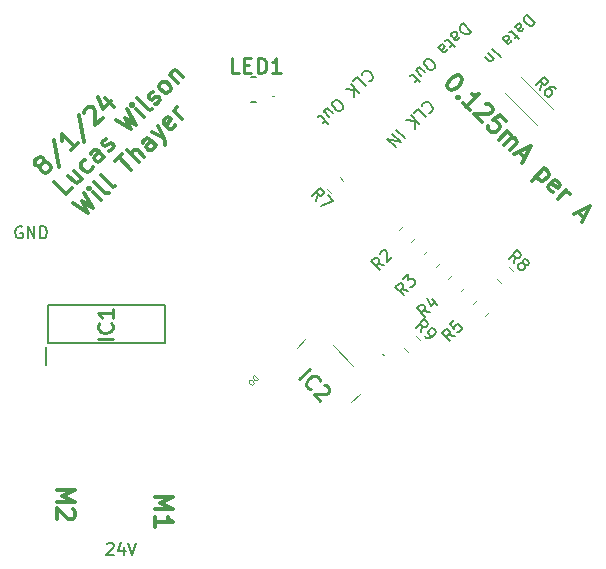
<source format=gbr>
%TF.GenerationSoftware,KiCad,Pcbnew,7.0.6*%
%TF.CreationDate,2024-08-01T17:58:24-04:00*%
%TF.ProjectId,Arduino_Motor_Shield,41726475-696e-46f5-9f4d-6f746f725f53,rev?*%
%TF.SameCoordinates,Original*%
%TF.FileFunction,Legend,Top*%
%TF.FilePolarity,Positive*%
%FSLAX46Y46*%
G04 Gerber Fmt 4.6, Leading zero omitted, Abs format (unit mm)*
G04 Created by KiCad (PCBNEW 7.0.6) date 2024-08-01 17:58:24*
%MOMM*%
%LPD*%
G01*
G04 APERTURE LIST*
%ADD10C,0.150000*%
%ADD11C,0.300000*%
%ADD12C,0.254000*%
%ADD13C,0.075000*%
%ADD14C,0.120000*%
%ADD15C,0.200000*%
%ADD16C,0.100000*%
G04 APERTURE END LIST*
D10*
X120650095Y-80782438D02*
X120554857Y-80734819D01*
X120554857Y-80734819D02*
X120412000Y-80734819D01*
X120412000Y-80734819D02*
X120269143Y-80782438D01*
X120269143Y-80782438D02*
X120173905Y-80877676D01*
X120173905Y-80877676D02*
X120126286Y-80972914D01*
X120126286Y-80972914D02*
X120078667Y-81163390D01*
X120078667Y-81163390D02*
X120078667Y-81306247D01*
X120078667Y-81306247D02*
X120126286Y-81496723D01*
X120126286Y-81496723D02*
X120173905Y-81591961D01*
X120173905Y-81591961D02*
X120269143Y-81687200D01*
X120269143Y-81687200D02*
X120412000Y-81734819D01*
X120412000Y-81734819D02*
X120507238Y-81734819D01*
X120507238Y-81734819D02*
X120650095Y-81687200D01*
X120650095Y-81687200D02*
X120697714Y-81639580D01*
X120697714Y-81639580D02*
X120697714Y-81306247D01*
X120697714Y-81306247D02*
X120507238Y-81306247D01*
X121126286Y-81734819D02*
X121126286Y-80734819D01*
X121126286Y-80734819D02*
X121697714Y-81734819D01*
X121697714Y-81734819D02*
X121697714Y-80734819D01*
X122173905Y-81734819D02*
X122173905Y-80734819D01*
X122173905Y-80734819D02*
X122412000Y-80734819D01*
X122412000Y-80734819D02*
X122554857Y-80782438D01*
X122554857Y-80782438D02*
X122650095Y-80877676D01*
X122650095Y-80877676D02*
X122697714Y-80972914D01*
X122697714Y-80972914D02*
X122745333Y-81163390D01*
X122745333Y-81163390D02*
X122745333Y-81306247D01*
X122745333Y-81306247D02*
X122697714Y-81496723D01*
X122697714Y-81496723D02*
X122650095Y-81591961D01*
X122650095Y-81591961D02*
X122554857Y-81687200D01*
X122554857Y-81687200D02*
X122412000Y-81734819D01*
X122412000Y-81734819D02*
X122173905Y-81734819D01*
D11*
X131898169Y-103678508D02*
X133398169Y-103678508D01*
X133398169Y-103678508D02*
X132326740Y-104178508D01*
X132326740Y-104178508D02*
X133398169Y-104678508D01*
X133398169Y-104678508D02*
X131898169Y-104678508D01*
X131898169Y-106178509D02*
X131898169Y-105321366D01*
X131898169Y-105749937D02*
X133398169Y-105749937D01*
X133398169Y-105749937D02*
X133183883Y-105607080D01*
X133183883Y-105607080D02*
X133041026Y-105464223D01*
X133041026Y-105464223D02*
X132969598Y-105321366D01*
X123643170Y-103043511D02*
X125143170Y-103043511D01*
X125143170Y-103043511D02*
X124071741Y-103543511D01*
X124071741Y-103543511D02*
X125143170Y-104043511D01*
X125143170Y-104043511D02*
X123643170Y-104043511D01*
X125000313Y-104686369D02*
X125071741Y-104757797D01*
X125071741Y-104757797D02*
X125143170Y-104900655D01*
X125143170Y-104900655D02*
X125143170Y-105257797D01*
X125143170Y-105257797D02*
X125071741Y-105400655D01*
X125071741Y-105400655D02*
X125000313Y-105472083D01*
X125000313Y-105472083D02*
X124857456Y-105543512D01*
X124857456Y-105543512D02*
X124714599Y-105543512D01*
X124714599Y-105543512D02*
X124500313Y-105472083D01*
X124500313Y-105472083D02*
X123643170Y-104614940D01*
X123643170Y-104614940D02*
X123643170Y-105543512D01*
X157751624Y-67972633D02*
X157852639Y-68073648D01*
X157852639Y-68073648D02*
X157903147Y-68225171D01*
X157903147Y-68225171D02*
X157903147Y-68326186D01*
X157903147Y-68326186D02*
X157852639Y-68477709D01*
X157852639Y-68477709D02*
X157701116Y-68730247D01*
X157701116Y-68730247D02*
X157448578Y-68982785D01*
X157448578Y-68982785D02*
X157196040Y-69134308D01*
X157196040Y-69134308D02*
X157044517Y-69184816D01*
X157044517Y-69184816D02*
X156943502Y-69184816D01*
X156943502Y-69184816D02*
X156791979Y-69134308D01*
X156791979Y-69134308D02*
X156690964Y-69033293D01*
X156690964Y-69033293D02*
X156640456Y-68881770D01*
X156640456Y-68881770D02*
X156640456Y-68780755D01*
X156640456Y-68780755D02*
X156690964Y-68629232D01*
X156690964Y-68629232D02*
X156842487Y-68376694D01*
X156842487Y-68376694D02*
X157095025Y-68124156D01*
X157095025Y-68124156D02*
X157347563Y-67972633D01*
X157347563Y-67972633D02*
X157499086Y-67922125D01*
X157499086Y-67922125D02*
X157600101Y-67922125D01*
X157600101Y-67922125D02*
X157751624Y-67972633D01*
X157600101Y-69740399D02*
X157600101Y-69841415D01*
X157600101Y-69841415D02*
X157499086Y-69841415D01*
X157499086Y-69841415D02*
X157499086Y-69740399D01*
X157499086Y-69740399D02*
X157600101Y-69740399D01*
X157600101Y-69740399D02*
X157499086Y-69841415D01*
X158559746Y-70902075D02*
X157953654Y-70295984D01*
X158256700Y-70599029D02*
X159317360Y-69538369D01*
X159317360Y-69538369D02*
X159064822Y-69588877D01*
X159064822Y-69588877D02*
X158862792Y-69588877D01*
X158862792Y-69588877D02*
X158711269Y-69538369D01*
X159923452Y-70346491D02*
X160024467Y-70346491D01*
X160024467Y-70346491D02*
X160175990Y-70396998D01*
X160175990Y-70396998D02*
X160428528Y-70649537D01*
X160428528Y-70649537D02*
X160479036Y-70801059D01*
X160479036Y-70801059D02*
X160479036Y-70902075D01*
X160479036Y-70902075D02*
X160428528Y-71053598D01*
X160428528Y-71053598D02*
X160327513Y-71154613D01*
X160327513Y-71154613D02*
X160125482Y-71255628D01*
X160125482Y-71255628D02*
X158913299Y-71255628D01*
X158913299Y-71255628D02*
X159569898Y-71912227D01*
X161590203Y-71811212D02*
X161085127Y-71306135D01*
X161085127Y-71306135D02*
X160529543Y-71760704D01*
X160529543Y-71760704D02*
X160630558Y-71760704D01*
X160630558Y-71760704D02*
X160782081Y-71811212D01*
X160782081Y-71811212D02*
X161034619Y-72063750D01*
X161034619Y-72063750D02*
X161085127Y-72215273D01*
X161085127Y-72215273D02*
X161085127Y-72316288D01*
X161085127Y-72316288D02*
X161034619Y-72467811D01*
X161034619Y-72467811D02*
X160782081Y-72720349D01*
X160782081Y-72720349D02*
X160630558Y-72770857D01*
X160630558Y-72770857D02*
X160529543Y-72770857D01*
X160529543Y-72770857D02*
X160378020Y-72720349D01*
X160378020Y-72720349D02*
X160125482Y-72467811D01*
X160125482Y-72467811D02*
X160074974Y-72316288D01*
X160074974Y-72316288D02*
X160074974Y-72215273D01*
X161034619Y-73376948D02*
X161741726Y-72669841D01*
X161640710Y-72770856D02*
X161741726Y-72770856D01*
X161741726Y-72770856D02*
X161893248Y-72821364D01*
X161893248Y-72821364D02*
X162044771Y-72972887D01*
X162044771Y-72972887D02*
X162095279Y-73124410D01*
X162095279Y-73124410D02*
X162044771Y-73275933D01*
X162044771Y-73275933D02*
X161489187Y-73831517D01*
X162044771Y-73275933D02*
X162196294Y-73225425D01*
X162196294Y-73225425D02*
X162347817Y-73275933D01*
X162347817Y-73275933D02*
X162499340Y-73427455D01*
X162499340Y-73427455D02*
X162549848Y-73578978D01*
X162549848Y-73578978D02*
X162499340Y-73730501D01*
X162499340Y-73730501D02*
X161943756Y-74286085D01*
X162701370Y-74437608D02*
X163206447Y-74942684D01*
X162297309Y-74639639D02*
X163711523Y-73932532D01*
X163711523Y-73932532D02*
X163004416Y-75346745D01*
X164873198Y-75801314D02*
X163812538Y-76861974D01*
X164822691Y-75851821D02*
X164974213Y-75902329D01*
X164974213Y-75902329D02*
X165176244Y-76104359D01*
X165176244Y-76104359D02*
X165226752Y-76255882D01*
X165226752Y-76255882D02*
X165226752Y-76356898D01*
X165226752Y-76356898D02*
X165176244Y-76508420D01*
X165176244Y-76508420D02*
X164873198Y-76811466D01*
X164873198Y-76811466D02*
X164721675Y-76861974D01*
X164721675Y-76861974D02*
X164620660Y-76861974D01*
X164620660Y-76861974D02*
X164469137Y-76811466D01*
X164469137Y-76811466D02*
X164267107Y-76609436D01*
X164267107Y-76609436D02*
X164216599Y-76457913D01*
X165580305Y-77821619D02*
X165428782Y-77771111D01*
X165428782Y-77771111D02*
X165226752Y-77569081D01*
X165226752Y-77569081D02*
X165176244Y-77417558D01*
X165176244Y-77417558D02*
X165226752Y-77266035D01*
X165226752Y-77266035D02*
X165630813Y-76861974D01*
X165630813Y-76861974D02*
X165782336Y-76811466D01*
X165782336Y-76811466D02*
X165933858Y-76861974D01*
X165933858Y-76861974D02*
X166135889Y-77064004D01*
X166135889Y-77064004D02*
X166186397Y-77215527D01*
X166186397Y-77215527D02*
X166135889Y-77367050D01*
X166135889Y-77367050D02*
X166034874Y-77468065D01*
X166034874Y-77468065D02*
X165428782Y-77064004D01*
X166034873Y-78377203D02*
X166741980Y-77670096D01*
X166539950Y-77872126D02*
X166691473Y-77821619D01*
X166691473Y-77821619D02*
X166792488Y-77821619D01*
X166792488Y-77821619D02*
X166944011Y-77872126D01*
X166944011Y-77872126D02*
X167045026Y-77973142D01*
X167752132Y-79488370D02*
X168257209Y-79993446D01*
X167348071Y-79690400D02*
X168762285Y-78983294D01*
X168762285Y-78983294D02*
X168055178Y-80397507D01*
X122238368Y-75558125D02*
X122086845Y-75608633D01*
X122086845Y-75608633D02*
X121985830Y-75608633D01*
X121985830Y-75608633D02*
X121834307Y-75558125D01*
X121834307Y-75558125D02*
X121783799Y-75507618D01*
X121783799Y-75507618D02*
X121733292Y-75356095D01*
X121733292Y-75356095D02*
X121733292Y-75255079D01*
X121733292Y-75255079D02*
X121783799Y-75103557D01*
X121783799Y-75103557D02*
X121985830Y-74901526D01*
X121985830Y-74901526D02*
X122137353Y-74851018D01*
X122137353Y-74851018D02*
X122238368Y-74851018D01*
X122238368Y-74851018D02*
X122389891Y-74901526D01*
X122389891Y-74901526D02*
X122440398Y-74952034D01*
X122440398Y-74952034D02*
X122490906Y-75103557D01*
X122490906Y-75103557D02*
X122490906Y-75204572D01*
X122490906Y-75204572D02*
X122440398Y-75356095D01*
X122440398Y-75356095D02*
X122238368Y-75558125D01*
X122238368Y-75558125D02*
X122187860Y-75709648D01*
X122187860Y-75709648D02*
X122187860Y-75810663D01*
X122187860Y-75810663D02*
X122238368Y-75962186D01*
X122238368Y-75962186D02*
X122440398Y-76164217D01*
X122440398Y-76164217D02*
X122591921Y-76214724D01*
X122591921Y-76214724D02*
X122692936Y-76214724D01*
X122692936Y-76214724D02*
X122844459Y-76164217D01*
X122844459Y-76164217D02*
X123046490Y-75962186D01*
X123046490Y-75962186D02*
X123096997Y-75810663D01*
X123096997Y-75810663D02*
X123096997Y-75709648D01*
X123096997Y-75709648D02*
X123046490Y-75558125D01*
X123046490Y-75558125D02*
X122844459Y-75356095D01*
X122844459Y-75356095D02*
X122692936Y-75305587D01*
X122692936Y-75305587D02*
X122591921Y-75305587D01*
X122591921Y-75305587D02*
X122440398Y-75356095D01*
X123349535Y-73436805D02*
X123804104Y-75709648D01*
X125369841Y-73638835D02*
X124763749Y-74244927D01*
X125066795Y-73941881D02*
X124006135Y-72881221D01*
X124006135Y-72881221D02*
X124056642Y-73133759D01*
X124056642Y-73133759D02*
X124056642Y-73335790D01*
X124056642Y-73335790D02*
X124006135Y-73487313D01*
X125470856Y-71315485D02*
X125925424Y-73588328D01*
X125925425Y-71163962D02*
X125925425Y-71062946D01*
X125925425Y-71062946D02*
X125975932Y-70911424D01*
X125975932Y-70911424D02*
X126228470Y-70658885D01*
X126228470Y-70658885D02*
X126379993Y-70608378D01*
X126379993Y-70608378D02*
X126481008Y-70608378D01*
X126481008Y-70608378D02*
X126632531Y-70658885D01*
X126632531Y-70658885D02*
X126733547Y-70759901D01*
X126733547Y-70759901D02*
X126834562Y-70961931D01*
X126834562Y-70961931D02*
X126834562Y-72174114D01*
X126834562Y-72174114D02*
X127491161Y-71517515D01*
X127693191Y-69901271D02*
X128400298Y-70608378D01*
X127036592Y-69749748D02*
X127541668Y-70759901D01*
X127541668Y-70759901D02*
X128198267Y-70103302D01*
X124905676Y-77518326D02*
X124400599Y-78023403D01*
X124400599Y-78023403D02*
X123339939Y-76962742D01*
X125006691Y-76003097D02*
X125713798Y-76710204D01*
X124552123Y-76457666D02*
X125107706Y-77013250D01*
X125107706Y-77013250D02*
X125259229Y-77063758D01*
X125259229Y-77063758D02*
X125410752Y-77013250D01*
X125410752Y-77013250D02*
X125562275Y-76861727D01*
X125562275Y-76861727D02*
X125612783Y-76710204D01*
X125612783Y-76710204D02*
X125612783Y-76609189D01*
X126622935Y-75700051D02*
X126572428Y-75851574D01*
X126572428Y-75851574D02*
X126370397Y-76053605D01*
X126370397Y-76053605D02*
X126218874Y-76104113D01*
X126218874Y-76104113D02*
X126117859Y-76104113D01*
X126117859Y-76104113D02*
X125966336Y-76053605D01*
X125966336Y-76053605D02*
X125663290Y-75750559D01*
X125663290Y-75750559D02*
X125612783Y-75599036D01*
X125612783Y-75599036D02*
X125612783Y-75498021D01*
X125612783Y-75498021D02*
X125663290Y-75346498D01*
X125663290Y-75346498D02*
X125865321Y-75144468D01*
X125865321Y-75144468D02*
X126016844Y-75093960D01*
X127582580Y-74841422D02*
X127026996Y-74285838D01*
X127026996Y-74285838D02*
X126875473Y-74235331D01*
X126875473Y-74235331D02*
X126723950Y-74285838D01*
X126723950Y-74285838D02*
X126521920Y-74487869D01*
X126521920Y-74487869D02*
X126471412Y-74639392D01*
X127532072Y-74790914D02*
X127481565Y-74942437D01*
X127481565Y-74942437D02*
X127229027Y-75194975D01*
X127229027Y-75194975D02*
X127077504Y-75245483D01*
X127077504Y-75245483D02*
X126925981Y-75194975D01*
X126925981Y-75194975D02*
X126824966Y-75093960D01*
X126824966Y-75093960D02*
X126774458Y-74942437D01*
X126774458Y-74942437D02*
X126824966Y-74790914D01*
X126824966Y-74790914D02*
X127077504Y-74538376D01*
X127077504Y-74538376D02*
X127128011Y-74386853D01*
X127986641Y-74336346D02*
X128138164Y-74285838D01*
X128138164Y-74285838D02*
X128340195Y-74083808D01*
X128340195Y-74083808D02*
X128390702Y-73932285D01*
X128390702Y-73932285D02*
X128340195Y-73780762D01*
X128340195Y-73780762D02*
X128289687Y-73730254D01*
X128289687Y-73730254D02*
X128138164Y-73679747D01*
X128138164Y-73679747D02*
X127986641Y-73730254D01*
X127986641Y-73730254D02*
X127835118Y-73881777D01*
X127835118Y-73881777D02*
X127683595Y-73932285D01*
X127683595Y-73932285D02*
X127532073Y-73881777D01*
X127532073Y-73881777D02*
X127481565Y-73831269D01*
X127481565Y-73831269D02*
X127431057Y-73679747D01*
X127431057Y-73679747D02*
X127481565Y-73528224D01*
X127481565Y-73528224D02*
X127633088Y-73376701D01*
X127633088Y-73376701D02*
X127784611Y-73326193D01*
X128592733Y-71709949D02*
X129905931Y-72518071D01*
X129905931Y-72518071D02*
X129350347Y-71558426D01*
X129350347Y-71558426D02*
X130309992Y-72114010D01*
X130309992Y-72114010D02*
X129501870Y-70800812D01*
X130966591Y-71457411D02*
X130259485Y-70750304D01*
X129905931Y-70396750D02*
X129905931Y-70497766D01*
X129905931Y-70497766D02*
X130006947Y-70497766D01*
X130006947Y-70497766D02*
X130006947Y-70396750D01*
X130006947Y-70396750D02*
X129905931Y-70396750D01*
X129905931Y-70396750D02*
X130006947Y-70497766D01*
X131623191Y-70800811D02*
X131471668Y-70851319D01*
X131471668Y-70851319D02*
X131320145Y-70800811D01*
X131320145Y-70800811D02*
X130411008Y-69891674D01*
X131926236Y-70396750D02*
X132077759Y-70346243D01*
X132077759Y-70346243D02*
X132279790Y-70144212D01*
X132279790Y-70144212D02*
X132330297Y-69992689D01*
X132330297Y-69992689D02*
X132279790Y-69841167D01*
X132279790Y-69841167D02*
X132229282Y-69790659D01*
X132229282Y-69790659D02*
X132077759Y-69740151D01*
X132077759Y-69740151D02*
X131926236Y-69790659D01*
X131926236Y-69790659D02*
X131774713Y-69942182D01*
X131774713Y-69942182D02*
X131623191Y-69992689D01*
X131623191Y-69992689D02*
X131471668Y-69942182D01*
X131471668Y-69942182D02*
X131421160Y-69891674D01*
X131421160Y-69891674D02*
X131370652Y-69740151D01*
X131370652Y-69740151D02*
X131421160Y-69588628D01*
X131421160Y-69588628D02*
X131572683Y-69437106D01*
X131572683Y-69437106D02*
X131724206Y-69386598D01*
X133037404Y-69386598D02*
X132885882Y-69437105D01*
X132885882Y-69437105D02*
X132784866Y-69437105D01*
X132784866Y-69437105D02*
X132633343Y-69386598D01*
X132633343Y-69386598D02*
X132330298Y-69083552D01*
X132330298Y-69083552D02*
X132279790Y-68932029D01*
X132279790Y-68932029D02*
X132279790Y-68831014D01*
X132279790Y-68831014D02*
X132330298Y-68679491D01*
X132330298Y-68679491D02*
X132481820Y-68527968D01*
X132481820Y-68527968D02*
X132633343Y-68477460D01*
X132633343Y-68477460D02*
X132734359Y-68477460D01*
X132734359Y-68477460D02*
X132885882Y-68527968D01*
X132885882Y-68527968D02*
X133188927Y-68831014D01*
X133188927Y-68831014D02*
X133239435Y-68982537D01*
X133239435Y-68982537D02*
X133239435Y-69083552D01*
X133239435Y-69083552D02*
X133188927Y-69235075D01*
X133188927Y-69235075D02*
X133037404Y-69386598D01*
X133138420Y-67871369D02*
X133845527Y-68578476D01*
X133239435Y-67972384D02*
X133239435Y-67871369D01*
X133239435Y-67871369D02*
X133289943Y-67719846D01*
X133289943Y-67719846D02*
X133441466Y-67568323D01*
X133441466Y-67568323D02*
X133592988Y-67517815D01*
X133592988Y-67517815D02*
X133744511Y-67568323D01*
X133744511Y-67568323D02*
X134300095Y-68123907D01*
X124946587Y-78771421D02*
X126259785Y-79579543D01*
X126259785Y-79579543D02*
X125704201Y-78619898D01*
X125704201Y-78619898D02*
X126663846Y-79175482D01*
X126663846Y-79175482D02*
X125855724Y-77862283D01*
X127320446Y-78518882D02*
X126613339Y-77811776D01*
X126259786Y-77458222D02*
X126259786Y-77559237D01*
X126259786Y-77559237D02*
X126360801Y-77559237D01*
X126360801Y-77559237D02*
X126360801Y-77458222D01*
X126360801Y-77458222D02*
X126259786Y-77458222D01*
X126259786Y-77458222D02*
X126360801Y-77559237D01*
X127977045Y-77862283D02*
X127825522Y-77912791D01*
X127825522Y-77912791D02*
X127673999Y-77862283D01*
X127673999Y-77862283D02*
X126764862Y-76953146D01*
X128532629Y-77306699D02*
X128381106Y-77357207D01*
X128381106Y-77357207D02*
X128229583Y-77306699D01*
X128229583Y-77306699D02*
X127320446Y-76397562D01*
X128532628Y-75185379D02*
X129138720Y-74579288D01*
X129896334Y-75942994D02*
X128835674Y-74882334D01*
X130552933Y-75286395D02*
X129492273Y-74225734D01*
X131007502Y-74831826D02*
X130451918Y-74276242D01*
X130451918Y-74276242D02*
X130300395Y-74225734D01*
X130300395Y-74225734D02*
X130148872Y-74276242D01*
X130148872Y-74276242D02*
X129997350Y-74427765D01*
X129997350Y-74427765D02*
X129946842Y-74579288D01*
X129946842Y-74579288D02*
X129946842Y-74680303D01*
X131967147Y-73872181D02*
X131411563Y-73316597D01*
X131411563Y-73316597D02*
X131260040Y-73266089D01*
X131260040Y-73266089D02*
X131108517Y-73316597D01*
X131108517Y-73316597D02*
X130906487Y-73518628D01*
X130906487Y-73518628D02*
X130855979Y-73670150D01*
X131916639Y-73821673D02*
X131866132Y-73973196D01*
X131866132Y-73973196D02*
X131613594Y-74225734D01*
X131613594Y-74225734D02*
X131462071Y-74276242D01*
X131462071Y-74276242D02*
X131310548Y-74225734D01*
X131310548Y-74225734D02*
X131209533Y-74124719D01*
X131209533Y-74124719D02*
X131159025Y-73973196D01*
X131159025Y-73973196D02*
X131209533Y-73821673D01*
X131209533Y-73821673D02*
X131462071Y-73569135D01*
X131462071Y-73569135D02*
X131512578Y-73417612D01*
X131664101Y-72761013D02*
X132623746Y-73215582D01*
X132169178Y-72255937D02*
X132623746Y-73215582D01*
X132623746Y-73215582D02*
X132775269Y-73569135D01*
X132775269Y-73569135D02*
X132775269Y-73670150D01*
X132775269Y-73670150D02*
X132724762Y-73821673D01*
X133633899Y-72104414D02*
X133583391Y-72255937D01*
X133583391Y-72255937D02*
X133381361Y-72457967D01*
X133381361Y-72457967D02*
X133229838Y-72508475D01*
X133229838Y-72508475D02*
X133078315Y-72457967D01*
X133078315Y-72457967D02*
X132674254Y-72053906D01*
X132674254Y-72053906D02*
X132623746Y-71902384D01*
X132623746Y-71902384D02*
X132674254Y-71750861D01*
X132674254Y-71750861D02*
X132876284Y-71548830D01*
X132876284Y-71548830D02*
X133027807Y-71498323D01*
X133027807Y-71498323D02*
X133179330Y-71548830D01*
X133179330Y-71548830D02*
X133280345Y-71649845D01*
X133280345Y-71649845D02*
X132876284Y-72255937D01*
X134189482Y-71649846D02*
X133482376Y-70942739D01*
X133684406Y-71144769D02*
X133633899Y-70993246D01*
X133633899Y-70993246D02*
X133633899Y-70892231D01*
X133633899Y-70892231D02*
X133684406Y-70740708D01*
X133684406Y-70740708D02*
X133785421Y-70639693D01*
D10*
X155200542Y-87955947D02*
X154628123Y-87854932D01*
X154796481Y-88360008D02*
X154089375Y-87652901D01*
X154089375Y-87652901D02*
X154358749Y-87383527D01*
X154358749Y-87383527D02*
X154459764Y-87349855D01*
X154459764Y-87349855D02*
X154527107Y-87349855D01*
X154527107Y-87349855D02*
X154628123Y-87383527D01*
X154628123Y-87383527D02*
X154729138Y-87484542D01*
X154729138Y-87484542D02*
X154762810Y-87585558D01*
X154762810Y-87585558D02*
X154762810Y-87652901D01*
X154762810Y-87652901D02*
X154729138Y-87753916D01*
X154729138Y-87753916D02*
X154459764Y-88023290D01*
X155335229Y-86878451D02*
X155806634Y-87349855D01*
X154897497Y-86777436D02*
X155234214Y-87450871D01*
X155234214Y-87450871D02*
X155671947Y-87013138D01*
X154387034Y-89704793D02*
X154488049Y-89132374D01*
X153982973Y-89300732D02*
X154690080Y-88593626D01*
X154690080Y-88593626D02*
X154959454Y-88863000D01*
X154959454Y-88863000D02*
X154993126Y-88964015D01*
X154993126Y-88964015D02*
X154993126Y-89031358D01*
X154993126Y-89031358D02*
X154959454Y-89132374D01*
X154959454Y-89132374D02*
X154858439Y-89233389D01*
X154858439Y-89233389D02*
X154757423Y-89267061D01*
X154757423Y-89267061D02*
X154690080Y-89267061D01*
X154690080Y-89267061D02*
X154589065Y-89233389D01*
X154589065Y-89233389D02*
X154319691Y-88964015D01*
X154723752Y-90041511D02*
X154858439Y-90176198D01*
X154858439Y-90176198D02*
X154959454Y-90209870D01*
X154959454Y-90209870D02*
X155026797Y-90209870D01*
X155026797Y-90209870D02*
X155195156Y-90176198D01*
X155195156Y-90176198D02*
X155363515Y-90075183D01*
X155363515Y-90075183D02*
X155632889Y-89805809D01*
X155632889Y-89805809D02*
X155666561Y-89704793D01*
X155666561Y-89704793D02*
X155666561Y-89637450D01*
X155666561Y-89637450D02*
X155632889Y-89536435D01*
X155632889Y-89536435D02*
X155498202Y-89401748D01*
X155498202Y-89401748D02*
X155397187Y-89368076D01*
X155397187Y-89368076D02*
X155329843Y-89368076D01*
X155329843Y-89368076D02*
X155228828Y-89401748D01*
X155228828Y-89401748D02*
X155060469Y-89570106D01*
X155060469Y-89570106D02*
X155026797Y-89671122D01*
X155026797Y-89671122D02*
X155026797Y-89738465D01*
X155026797Y-89738465D02*
X155060469Y-89839480D01*
X155060469Y-89839480D02*
X155195156Y-89974167D01*
X155195156Y-89974167D02*
X155296171Y-90007839D01*
X155296171Y-90007839D02*
X155363515Y-90007839D01*
X155363515Y-90007839D02*
X155464530Y-89974167D01*
X164533543Y-69164754D02*
X164634558Y-68592335D01*
X164129482Y-68760693D02*
X164836589Y-68053587D01*
X164836589Y-68053587D02*
X165105963Y-68322961D01*
X165105963Y-68322961D02*
X165139635Y-68423976D01*
X165139635Y-68423976D02*
X165139635Y-68491319D01*
X165139635Y-68491319D02*
X165105963Y-68592335D01*
X165105963Y-68592335D02*
X165004948Y-68693350D01*
X165004948Y-68693350D02*
X164903932Y-68727022D01*
X164903932Y-68727022D02*
X164836589Y-68727022D01*
X164836589Y-68727022D02*
X164735574Y-68693350D01*
X164735574Y-68693350D02*
X164466200Y-68423976D01*
X165846741Y-69063739D02*
X165712054Y-68929052D01*
X165712054Y-68929052D02*
X165611039Y-68895380D01*
X165611039Y-68895380D02*
X165543696Y-68895380D01*
X165543696Y-68895380D02*
X165375337Y-68929052D01*
X165375337Y-68929052D02*
X165206978Y-69030067D01*
X165206978Y-69030067D02*
X164937604Y-69299441D01*
X164937604Y-69299441D02*
X164903932Y-69400457D01*
X164903932Y-69400457D02*
X164903932Y-69467800D01*
X164903932Y-69467800D02*
X164937604Y-69568815D01*
X164937604Y-69568815D02*
X165072291Y-69703502D01*
X165072291Y-69703502D02*
X165173306Y-69737174D01*
X165173306Y-69737174D02*
X165240650Y-69737174D01*
X165240650Y-69737174D02*
X165341665Y-69703502D01*
X165341665Y-69703502D02*
X165510024Y-69535144D01*
X165510024Y-69535144D02*
X165543696Y-69434128D01*
X165543696Y-69434128D02*
X165543696Y-69366785D01*
X165543696Y-69366785D02*
X165510024Y-69265770D01*
X165510024Y-69265770D02*
X165375337Y-69131083D01*
X165375337Y-69131083D02*
X165274322Y-69097411D01*
X165274322Y-69097411D02*
X165206978Y-69097411D01*
X165206978Y-69097411D02*
X165105963Y-69131083D01*
X151333754Y-84005456D02*
X150761335Y-83904441D01*
X150929693Y-84409517D02*
X150222587Y-83702410D01*
X150222587Y-83702410D02*
X150491961Y-83433036D01*
X150491961Y-83433036D02*
X150592976Y-83399364D01*
X150592976Y-83399364D02*
X150660319Y-83399364D01*
X150660319Y-83399364D02*
X150761335Y-83433036D01*
X150761335Y-83433036D02*
X150862350Y-83534051D01*
X150862350Y-83534051D02*
X150896022Y-83635067D01*
X150896022Y-83635067D02*
X150896022Y-83702410D01*
X150896022Y-83702410D02*
X150862350Y-83803425D01*
X150862350Y-83803425D02*
X150592976Y-84072799D01*
X150963365Y-83096319D02*
X150963365Y-83028975D01*
X150963365Y-83028975D02*
X150997037Y-82927960D01*
X150997037Y-82927960D02*
X151165396Y-82759601D01*
X151165396Y-82759601D02*
X151266411Y-82725929D01*
X151266411Y-82725929D02*
X151333754Y-82725929D01*
X151333754Y-82725929D02*
X151434770Y-82759601D01*
X151434770Y-82759601D02*
X151502113Y-82826945D01*
X151502113Y-82826945D02*
X151569457Y-82961632D01*
X151569457Y-82961632D02*
X151569457Y-83769754D01*
X151569457Y-83769754D02*
X152007189Y-83332021D01*
X127841524Y-107611057D02*
X127889143Y-107563438D01*
X127889143Y-107563438D02*
X127984381Y-107515819D01*
X127984381Y-107515819D02*
X128222476Y-107515819D01*
X128222476Y-107515819D02*
X128317714Y-107563438D01*
X128317714Y-107563438D02*
X128365333Y-107611057D01*
X128365333Y-107611057D02*
X128412952Y-107706295D01*
X128412952Y-107706295D02*
X128412952Y-107801533D01*
X128412952Y-107801533D02*
X128365333Y-107944390D01*
X128365333Y-107944390D02*
X127793905Y-108515819D01*
X127793905Y-108515819D02*
X128412952Y-108515819D01*
X129270095Y-107849152D02*
X129270095Y-108515819D01*
X129032000Y-107468200D02*
X128793905Y-108182485D01*
X128793905Y-108182485D02*
X129412952Y-108182485D01*
X129651048Y-107515819D02*
X129984381Y-108515819D01*
X129984381Y-108515819D02*
X130317714Y-107515819D01*
X154517756Y-70525718D02*
X154517756Y-70458375D01*
X154517756Y-70458375D02*
X154585100Y-70323688D01*
X154585100Y-70323688D02*
X154652443Y-70256344D01*
X154652443Y-70256344D02*
X154787130Y-70189001D01*
X154787130Y-70189001D02*
X154921817Y-70189001D01*
X154921817Y-70189001D02*
X155022833Y-70222673D01*
X155022833Y-70222673D02*
X155191191Y-70323688D01*
X155191191Y-70323688D02*
X155292207Y-70424703D01*
X155292207Y-70424703D02*
X155393222Y-70593062D01*
X155393222Y-70593062D02*
X155426894Y-70694077D01*
X155426894Y-70694077D02*
X155426894Y-70828764D01*
X155426894Y-70828764D02*
X155359550Y-70963451D01*
X155359550Y-70963451D02*
X155292207Y-71030795D01*
X155292207Y-71030795D02*
X155157520Y-71098138D01*
X155157520Y-71098138D02*
X155090176Y-71098138D01*
X153810649Y-71098138D02*
X154147367Y-70761421D01*
X154147367Y-70761421D02*
X154854474Y-71468528D01*
X153574947Y-71333841D02*
X154282054Y-72040947D01*
X153170886Y-71737902D02*
X153877993Y-71838917D01*
X153877993Y-72445008D02*
X153877993Y-71636886D01*
X152329092Y-72579696D02*
X153036199Y-73286802D01*
X151992375Y-72916413D02*
X152699482Y-73623520D01*
X152699482Y-73623520D02*
X151588314Y-73320474D01*
X151588314Y-73320474D02*
X152295421Y-74027581D01*
X149410310Y-67886165D02*
X149410310Y-67818822D01*
X149410310Y-67818822D02*
X149477653Y-67684135D01*
X149477653Y-67684135D02*
X149544997Y-67616791D01*
X149544997Y-67616791D02*
X149679684Y-67549448D01*
X149679684Y-67549448D02*
X149814371Y-67549448D01*
X149814371Y-67549448D02*
X149915386Y-67583119D01*
X149915386Y-67583119D02*
X150083745Y-67684135D01*
X150083745Y-67684135D02*
X150184760Y-67785150D01*
X150184760Y-67785150D02*
X150285775Y-67953509D01*
X150285775Y-67953509D02*
X150319447Y-68054524D01*
X150319447Y-68054524D02*
X150319447Y-68189211D01*
X150319447Y-68189211D02*
X150252103Y-68323898D01*
X150252103Y-68323898D02*
X150184760Y-68391241D01*
X150184760Y-68391241D02*
X150050073Y-68458585D01*
X150050073Y-68458585D02*
X149982729Y-68458585D01*
X148703203Y-68458585D02*
X149039920Y-68121867D01*
X149039920Y-68121867D02*
X149747027Y-68828974D01*
X148467500Y-68694287D02*
X149174607Y-69401394D01*
X148063439Y-69098348D02*
X148770546Y-69199364D01*
X148770546Y-69805455D02*
X148770546Y-68997333D01*
X147794065Y-70781936D02*
X147659378Y-70916623D01*
X147659378Y-70916623D02*
X147558363Y-70950295D01*
X147558363Y-70950295D02*
X147423676Y-70950295D01*
X147423676Y-70950295D02*
X147255317Y-70849280D01*
X147255317Y-70849280D02*
X147019615Y-70613577D01*
X147019615Y-70613577D02*
X146918600Y-70445218D01*
X146918600Y-70445218D02*
X146918600Y-70310531D01*
X146918600Y-70310531D02*
X146952271Y-70209516D01*
X146952271Y-70209516D02*
X147086959Y-70074829D01*
X147086959Y-70074829D02*
X147187974Y-70041157D01*
X147187974Y-70041157D02*
X147322661Y-70041157D01*
X147322661Y-70041157D02*
X147491020Y-70142173D01*
X147491020Y-70142173D02*
X147726722Y-70377875D01*
X147726722Y-70377875D02*
X147827737Y-70546234D01*
X147827737Y-70546234D02*
X147827737Y-70680921D01*
X147827737Y-70680921D02*
X147794065Y-70781936D01*
X146649226Y-71455371D02*
X146177821Y-70983966D01*
X146952272Y-71152325D02*
X146581882Y-70781936D01*
X146581882Y-70781936D02*
X146480867Y-70748264D01*
X146480867Y-70748264D02*
X146379852Y-70781936D01*
X146379852Y-70781936D02*
X146278836Y-70882951D01*
X146278836Y-70882951D02*
X146245165Y-70983966D01*
X146245165Y-70983966D02*
X146245165Y-71051310D01*
X146413523Y-71691073D02*
X146144149Y-71960447D01*
X146548210Y-72027791D02*
X145942119Y-71421699D01*
X145942119Y-71421699D02*
X145841104Y-71388028D01*
X145841104Y-71388028D02*
X145740088Y-71421699D01*
X145740088Y-71421699D02*
X145672745Y-71489043D01*
D12*
X128336317Y-90266763D02*
X127066317Y-90266763D01*
X128215364Y-88936286D02*
X128275841Y-88996762D01*
X128275841Y-88996762D02*
X128336317Y-89178191D01*
X128336317Y-89178191D02*
X128336317Y-89299143D01*
X128336317Y-89299143D02*
X128275841Y-89480572D01*
X128275841Y-89480572D02*
X128154888Y-89601524D01*
X128154888Y-89601524D02*
X128033936Y-89662001D01*
X128033936Y-89662001D02*
X127792031Y-89722477D01*
X127792031Y-89722477D02*
X127610602Y-89722477D01*
X127610602Y-89722477D02*
X127368698Y-89662001D01*
X127368698Y-89662001D02*
X127247745Y-89601524D01*
X127247745Y-89601524D02*
X127126793Y-89480572D01*
X127126793Y-89480572D02*
X127066317Y-89299143D01*
X127066317Y-89299143D02*
X127066317Y-89178191D01*
X127066317Y-89178191D02*
X127126793Y-88996762D01*
X127126793Y-88996762D02*
X127187269Y-88936286D01*
X128336317Y-87726762D02*
X128336317Y-88452477D01*
X128336317Y-88089620D02*
X127066317Y-88089620D01*
X127066317Y-88089620D02*
X127247745Y-88210572D01*
X127247745Y-88210572D02*
X127368698Y-88331524D01*
X127368698Y-88331524D02*
X127429174Y-88452477D01*
D10*
X153365754Y-86164456D02*
X152793335Y-86063441D01*
X152961693Y-86568517D02*
X152254587Y-85861410D01*
X152254587Y-85861410D02*
X152523961Y-85592036D01*
X152523961Y-85592036D02*
X152624976Y-85558364D01*
X152624976Y-85558364D02*
X152692319Y-85558364D01*
X152692319Y-85558364D02*
X152793335Y-85592036D01*
X152793335Y-85592036D02*
X152894350Y-85693051D01*
X152894350Y-85693051D02*
X152928022Y-85794067D01*
X152928022Y-85794067D02*
X152928022Y-85861410D01*
X152928022Y-85861410D02*
X152894350Y-85962425D01*
X152894350Y-85962425D02*
X152624976Y-86231799D01*
X152894350Y-85221647D02*
X153332083Y-84783914D01*
X153332083Y-84783914D02*
X153365754Y-85288990D01*
X153365754Y-85288990D02*
X153466770Y-85187975D01*
X153466770Y-85187975D02*
X153567785Y-85154303D01*
X153567785Y-85154303D02*
X153635128Y-85154303D01*
X153635128Y-85154303D02*
X153736144Y-85187975D01*
X153736144Y-85187975D02*
X153904502Y-85356334D01*
X153904502Y-85356334D02*
X153938174Y-85457349D01*
X153938174Y-85457349D02*
X153938174Y-85524693D01*
X153938174Y-85524693D02*
X153904502Y-85625708D01*
X153904502Y-85625708D02*
X153702472Y-85827738D01*
X153702472Y-85827738D02*
X153601457Y-85861410D01*
X153601457Y-85861410D02*
X153534113Y-85861410D01*
X162261034Y-83862793D02*
X162362049Y-83290374D01*
X161856973Y-83458732D02*
X162564080Y-82751626D01*
X162564080Y-82751626D02*
X162833454Y-83021000D01*
X162833454Y-83021000D02*
X162867126Y-83122015D01*
X162867126Y-83122015D02*
X162867126Y-83189358D01*
X162867126Y-83189358D02*
X162833454Y-83290374D01*
X162833454Y-83290374D02*
X162732439Y-83391389D01*
X162732439Y-83391389D02*
X162631423Y-83425061D01*
X162631423Y-83425061D02*
X162564080Y-83425061D01*
X162564080Y-83425061D02*
X162463065Y-83391389D01*
X162463065Y-83391389D02*
X162193691Y-83122015D01*
X163069156Y-83862793D02*
X163035484Y-83761778D01*
X163035484Y-83761778D02*
X163035484Y-83694435D01*
X163035484Y-83694435D02*
X163069156Y-83593419D01*
X163069156Y-83593419D02*
X163102828Y-83559748D01*
X163102828Y-83559748D02*
X163203843Y-83526076D01*
X163203843Y-83526076D02*
X163271187Y-83526076D01*
X163271187Y-83526076D02*
X163372202Y-83559748D01*
X163372202Y-83559748D02*
X163506889Y-83694435D01*
X163506889Y-83694435D02*
X163540561Y-83795450D01*
X163540561Y-83795450D02*
X163540561Y-83862793D01*
X163540561Y-83862793D02*
X163506889Y-83963809D01*
X163506889Y-83963809D02*
X163473217Y-83997480D01*
X163473217Y-83997480D02*
X163372202Y-84031152D01*
X163372202Y-84031152D02*
X163304858Y-84031152D01*
X163304858Y-84031152D02*
X163203843Y-83997480D01*
X163203843Y-83997480D02*
X163069156Y-83862793D01*
X163069156Y-83862793D02*
X162968141Y-83829122D01*
X162968141Y-83829122D02*
X162900797Y-83829122D01*
X162900797Y-83829122D02*
X162799782Y-83862793D01*
X162799782Y-83862793D02*
X162665095Y-83997480D01*
X162665095Y-83997480D02*
X162631423Y-84098496D01*
X162631423Y-84098496D02*
X162631423Y-84165839D01*
X162631423Y-84165839D02*
X162665095Y-84266854D01*
X162665095Y-84266854D02*
X162799782Y-84401541D01*
X162799782Y-84401541D02*
X162900797Y-84435213D01*
X162900797Y-84435213D02*
X162968141Y-84435213D01*
X162968141Y-84435213D02*
X163069156Y-84401541D01*
X163069156Y-84401541D02*
X163203843Y-84266854D01*
X163203843Y-84266854D02*
X163237515Y-84165839D01*
X163237515Y-84165839D02*
X163237515Y-84098496D01*
X163237515Y-84098496D02*
X163203843Y-83997480D01*
X163387997Y-62790790D02*
X164095104Y-63497897D01*
X164095104Y-63497897D02*
X163926745Y-63666255D01*
X163926745Y-63666255D02*
X163792058Y-63733599D01*
X163792058Y-63733599D02*
X163657371Y-63733599D01*
X163657371Y-63733599D02*
X163556356Y-63699927D01*
X163556356Y-63699927D02*
X163387997Y-63598912D01*
X163387997Y-63598912D02*
X163286982Y-63497897D01*
X163286982Y-63497897D02*
X163185966Y-63329538D01*
X163185966Y-63329538D02*
X163152295Y-63228523D01*
X163152295Y-63228523D02*
X163152295Y-63093836D01*
X163152295Y-63093836D02*
X163219638Y-62959149D01*
X163219638Y-62959149D02*
X163387997Y-62790790D01*
X162377844Y-63800942D02*
X162748234Y-64171332D01*
X162748234Y-64171332D02*
X162849249Y-64205003D01*
X162849249Y-64205003D02*
X162950264Y-64171332D01*
X162950264Y-64171332D02*
X163084951Y-64036645D01*
X163084951Y-64036645D02*
X163118623Y-63935629D01*
X162411516Y-63834614D02*
X162445188Y-63733599D01*
X162445188Y-63733599D02*
X162613547Y-63565240D01*
X162613547Y-63565240D02*
X162714562Y-63531568D01*
X162714562Y-63531568D02*
X162815577Y-63565240D01*
X162815577Y-63565240D02*
X162882921Y-63632584D01*
X162882921Y-63632584D02*
X162916592Y-63733599D01*
X162916592Y-63733599D02*
X162882921Y-63834614D01*
X162882921Y-63834614D02*
X162714562Y-64002973D01*
X162714562Y-64002973D02*
X162680890Y-64103988D01*
X162613547Y-64508049D02*
X162344173Y-64777423D01*
X162748234Y-64844767D02*
X162142142Y-64238675D01*
X162142142Y-64238675D02*
X162041127Y-64205003D01*
X162041127Y-64205003D02*
X161940111Y-64238675D01*
X161940111Y-64238675D02*
X161872768Y-64306019D01*
X161334020Y-64844767D02*
X161704409Y-65215156D01*
X161704409Y-65215156D02*
X161805424Y-65248828D01*
X161805424Y-65248828D02*
X161906439Y-65215156D01*
X161906439Y-65215156D02*
X162041126Y-65080469D01*
X162041126Y-65080469D02*
X162074798Y-64979454D01*
X161367691Y-64878439D02*
X161401363Y-64777424D01*
X161401363Y-64777424D02*
X161569722Y-64609065D01*
X161569722Y-64609065D02*
X161670737Y-64575393D01*
X161670737Y-64575393D02*
X161771752Y-64609065D01*
X161771752Y-64609065D02*
X161839096Y-64676408D01*
X161839096Y-64676408D02*
X161872768Y-64777424D01*
X161872768Y-64777424D02*
X161839096Y-64878439D01*
X161839096Y-64878439D02*
X161670737Y-65046798D01*
X161670737Y-65046798D02*
X161637065Y-65147813D01*
X160458554Y-65720233D02*
X161165661Y-66427340D01*
X160593241Y-66528355D02*
X160121837Y-66056950D01*
X160525898Y-66461011D02*
X160525898Y-66528355D01*
X160525898Y-66528355D02*
X160492226Y-66629370D01*
X160492226Y-66629370D02*
X160391211Y-66730385D01*
X160391211Y-66730385D02*
X160290195Y-66764057D01*
X160290195Y-66764057D02*
X160189180Y-66730385D01*
X160189180Y-66730385D02*
X159818791Y-66359996D01*
D12*
X144091892Y-93676819D02*
X144989918Y-92778793D01*
X145118207Y-94532081D02*
X145032681Y-94532081D01*
X145032681Y-94532081D02*
X144861628Y-94446555D01*
X144861628Y-94446555D02*
X144776102Y-94361029D01*
X144776102Y-94361029D02*
X144690576Y-94189976D01*
X144690576Y-94189976D02*
X144690576Y-94018924D01*
X144690576Y-94018924D02*
X144733339Y-93890634D01*
X144733339Y-93890634D02*
X144861628Y-93676819D01*
X144861628Y-93676819D02*
X144989918Y-93548529D01*
X144989918Y-93548529D02*
X145203733Y-93420240D01*
X145203733Y-93420240D02*
X145332023Y-93377477D01*
X145332023Y-93377477D02*
X145503075Y-93377477D01*
X145503075Y-93377477D02*
X145674128Y-93463003D01*
X145674128Y-93463003D02*
X145759654Y-93548529D01*
X145759654Y-93548529D02*
X145845180Y-93719582D01*
X145845180Y-93719582D02*
X145845180Y-93805108D01*
X146187285Y-94147213D02*
X146272811Y-94147213D01*
X146272811Y-94147213D02*
X146401101Y-94189976D01*
X146401101Y-94189976D02*
X146614916Y-94403792D01*
X146614916Y-94403792D02*
X146657680Y-94532081D01*
X146657680Y-94532081D02*
X146657680Y-94617607D01*
X146657680Y-94617607D02*
X146614916Y-94745897D01*
X146614916Y-94745897D02*
X146529390Y-94831423D01*
X146529390Y-94831423D02*
X146358338Y-94916949D01*
X146358338Y-94916949D02*
X145332023Y-94916949D01*
X145332023Y-94916949D02*
X145887943Y-95472870D01*
D10*
X157286507Y-90041912D02*
X156714088Y-89940897D01*
X156882446Y-90445973D02*
X156175340Y-89738866D01*
X156175340Y-89738866D02*
X156444714Y-89469492D01*
X156444714Y-89469492D02*
X156545729Y-89435820D01*
X156545729Y-89435820D02*
X156613072Y-89435820D01*
X156613072Y-89435820D02*
X156714088Y-89469492D01*
X156714088Y-89469492D02*
X156815103Y-89570507D01*
X156815103Y-89570507D02*
X156848775Y-89671523D01*
X156848775Y-89671523D02*
X156848775Y-89738866D01*
X156848775Y-89738866D02*
X156815103Y-89839881D01*
X156815103Y-89839881D02*
X156545729Y-90109255D01*
X157219164Y-88695042D02*
X156882446Y-89031759D01*
X156882446Y-89031759D02*
X157185492Y-89402149D01*
X157185492Y-89402149D02*
X157185492Y-89334805D01*
X157185492Y-89334805D02*
X157219164Y-89233790D01*
X157219164Y-89233790D02*
X157387523Y-89065431D01*
X157387523Y-89065431D02*
X157488538Y-89031759D01*
X157488538Y-89031759D02*
X157555881Y-89031759D01*
X157555881Y-89031759D02*
X157656897Y-89065431D01*
X157656897Y-89065431D02*
X157825255Y-89233790D01*
X157825255Y-89233790D02*
X157858927Y-89334805D01*
X157858927Y-89334805D02*
X157858927Y-89402149D01*
X157858927Y-89402149D02*
X157825255Y-89503164D01*
X157825255Y-89503164D02*
X157656897Y-89671523D01*
X157656897Y-89671523D02*
X157555881Y-89705194D01*
X157555881Y-89705194D02*
X157488538Y-89705194D01*
X145576582Y-78576245D02*
X145677597Y-78003826D01*
X145172521Y-78172184D02*
X145879628Y-77465078D01*
X145879628Y-77465078D02*
X146149002Y-77734452D01*
X146149002Y-77734452D02*
X146182674Y-77835467D01*
X146182674Y-77835467D02*
X146182674Y-77902810D01*
X146182674Y-77902810D02*
X146149002Y-78003826D01*
X146149002Y-78003826D02*
X146047987Y-78104841D01*
X146047987Y-78104841D02*
X145946971Y-78138513D01*
X145946971Y-78138513D02*
X145879628Y-78138513D01*
X145879628Y-78138513D02*
X145778613Y-78104841D01*
X145778613Y-78104841D02*
X145509239Y-77835467D01*
X146519391Y-78104841D02*
X146990796Y-78576245D01*
X146990796Y-78576245D02*
X145980643Y-78980306D01*
X157950057Y-63529730D02*
X158657164Y-64236836D01*
X158657164Y-64236836D02*
X158488805Y-64405195D01*
X158488805Y-64405195D02*
X158354118Y-64472539D01*
X158354118Y-64472539D02*
X158219431Y-64472539D01*
X158219431Y-64472539D02*
X158118416Y-64438867D01*
X158118416Y-64438867D02*
X157950057Y-64337852D01*
X157950057Y-64337852D02*
X157849042Y-64236836D01*
X157849042Y-64236836D02*
X157748027Y-64068478D01*
X157748027Y-64068478D02*
X157714355Y-63967462D01*
X157714355Y-63967462D02*
X157714355Y-63832775D01*
X157714355Y-63832775D02*
X157781698Y-63698088D01*
X157781698Y-63698088D02*
X157950057Y-63529730D01*
X156939905Y-64539882D02*
X157310294Y-64910271D01*
X157310294Y-64910271D02*
X157411309Y-64943943D01*
X157411309Y-64943943D02*
X157512324Y-64910271D01*
X157512324Y-64910271D02*
X157647011Y-64775584D01*
X157647011Y-64775584D02*
X157680683Y-64674569D01*
X156973576Y-64573554D02*
X157007248Y-64472539D01*
X157007248Y-64472539D02*
X157175607Y-64304180D01*
X157175607Y-64304180D02*
X157276622Y-64270508D01*
X157276622Y-64270508D02*
X157377637Y-64304180D01*
X157377637Y-64304180D02*
X157444981Y-64371523D01*
X157444981Y-64371523D02*
X157478653Y-64472539D01*
X157478653Y-64472539D02*
X157444981Y-64573554D01*
X157444981Y-64573554D02*
X157276622Y-64741913D01*
X157276622Y-64741913D02*
X157242950Y-64842928D01*
X157175607Y-65246989D02*
X156906233Y-65516363D01*
X157310294Y-65583706D02*
X156704202Y-64977615D01*
X156704202Y-64977615D02*
X156603187Y-64943943D01*
X156603187Y-64943943D02*
X156502172Y-64977615D01*
X156502172Y-64977615D02*
X156434828Y-65044958D01*
X155896080Y-65583707D02*
X156266469Y-65954096D01*
X156266469Y-65954096D02*
X156367484Y-65987768D01*
X156367484Y-65987768D02*
X156468500Y-65954096D01*
X156468500Y-65954096D02*
X156603187Y-65819409D01*
X156603187Y-65819409D02*
X156636859Y-65718394D01*
X155929752Y-65617379D02*
X155963423Y-65516363D01*
X155963423Y-65516363D02*
X156131782Y-65348004D01*
X156131782Y-65348004D02*
X156232797Y-65314333D01*
X156232797Y-65314333D02*
X156333813Y-65348004D01*
X156333813Y-65348004D02*
X156401156Y-65415348D01*
X156401156Y-65415348D02*
X156434828Y-65516363D01*
X156434828Y-65516363D02*
X156401156Y-65617379D01*
X156401156Y-65617379D02*
X156232797Y-65785737D01*
X156232797Y-65785737D02*
X156199126Y-65886753D01*
X155593034Y-67300966D02*
X155458347Y-67435653D01*
X155458347Y-67435653D02*
X155357332Y-67469325D01*
X155357332Y-67469325D02*
X155222645Y-67469325D01*
X155222645Y-67469325D02*
X155054286Y-67368310D01*
X155054286Y-67368310D02*
X154818584Y-67132608D01*
X154818584Y-67132608D02*
X154717568Y-66964249D01*
X154717568Y-66964249D02*
X154717568Y-66829562D01*
X154717568Y-66829562D02*
X154751240Y-66728547D01*
X154751240Y-66728547D02*
X154885927Y-66593860D01*
X154885927Y-66593860D02*
X154986942Y-66560188D01*
X154986942Y-66560188D02*
X155121629Y-66560188D01*
X155121629Y-66560188D02*
X155289988Y-66661203D01*
X155289988Y-66661203D02*
X155525690Y-66896905D01*
X155525690Y-66896905D02*
X155626706Y-67065264D01*
X155626706Y-67065264D02*
X155626706Y-67199951D01*
X155626706Y-67199951D02*
X155593034Y-67300966D01*
X154448194Y-67974401D02*
X153976790Y-67502997D01*
X154751240Y-67671356D02*
X154380851Y-67300966D01*
X154380851Y-67300966D02*
X154279836Y-67267295D01*
X154279836Y-67267295D02*
X154178820Y-67300966D01*
X154178820Y-67300966D02*
X154077805Y-67401982D01*
X154077805Y-67401982D02*
X154044133Y-67502997D01*
X154044133Y-67502997D02*
X154044133Y-67570340D01*
X154212492Y-68210104D02*
X153943118Y-68479478D01*
X154347179Y-68546821D02*
X153741088Y-67940730D01*
X153741088Y-67940730D02*
X153640072Y-67907058D01*
X153640072Y-67907058D02*
X153539057Y-67940730D01*
X153539057Y-67940730D02*
X153471714Y-68008073D01*
D12*
X139040809Y-67757318D02*
X138436047Y-67757318D01*
X138436047Y-67757318D02*
X138436047Y-66487318D01*
X139464142Y-67092080D02*
X139887476Y-67092080D01*
X140068904Y-67757318D02*
X139464142Y-67757318D01*
X139464142Y-67757318D02*
X139464142Y-66487318D01*
X139464142Y-66487318D02*
X140068904Y-66487318D01*
X140613190Y-67757318D02*
X140613190Y-66487318D01*
X140613190Y-66487318D02*
X140915571Y-66487318D01*
X140915571Y-66487318D02*
X141097000Y-66547794D01*
X141097000Y-66547794D02*
X141217952Y-66668746D01*
X141217952Y-66668746D02*
X141278429Y-66789699D01*
X141278429Y-66789699D02*
X141338905Y-67031603D01*
X141338905Y-67031603D02*
X141338905Y-67213032D01*
X141338905Y-67213032D02*
X141278429Y-67454937D01*
X141278429Y-67454937D02*
X141217952Y-67575889D01*
X141217952Y-67575889D02*
X141097000Y-67696842D01*
X141097000Y-67696842D02*
X140915571Y-67757318D01*
X140915571Y-67757318D02*
X140613190Y-67757318D01*
X142548429Y-67757318D02*
X141822714Y-67757318D01*
X142185571Y-67757318D02*
X142185571Y-66487318D01*
X142185571Y-66487318D02*
X142064619Y-66668746D01*
X142064619Y-66668746D02*
X141943667Y-66789699D01*
X141943667Y-66789699D02*
X141822714Y-66850175D01*
D13*
X140308153Y-93304241D02*
X140661706Y-93657794D01*
X140661706Y-93657794D02*
X140577527Y-93741974D01*
X140577527Y-93741974D02*
X140510183Y-93775645D01*
X140510183Y-93775645D02*
X140442840Y-93775645D01*
X140442840Y-93775645D02*
X140392332Y-93758809D01*
X140392332Y-93758809D02*
X140308153Y-93708302D01*
X140308153Y-93708302D02*
X140257645Y-93657794D01*
X140257645Y-93657794D02*
X140207137Y-93573615D01*
X140207137Y-93573615D02*
X140190301Y-93523107D01*
X140190301Y-93523107D02*
X140190301Y-93455764D01*
X140190301Y-93455764D02*
X140223973Y-93388420D01*
X140223973Y-93388420D02*
X140308153Y-93304241D01*
X140240809Y-94078691D02*
X140207137Y-94112363D01*
X140207137Y-94112363D02*
X140156630Y-94129199D01*
X140156630Y-94129199D02*
X140122958Y-94129199D01*
X140122958Y-94129199D02*
X140072450Y-94112363D01*
X140072450Y-94112363D02*
X139988271Y-94061855D01*
X139988271Y-94061855D02*
X139904092Y-93977676D01*
X139904092Y-93977676D02*
X139853584Y-93893496D01*
X139853584Y-93893496D02*
X139836748Y-93842989D01*
X139836748Y-93842989D02*
X139836748Y-93809317D01*
X139836748Y-93809317D02*
X139853584Y-93758809D01*
X139853584Y-93758809D02*
X139887256Y-93725138D01*
X139887256Y-93725138D02*
X139937763Y-93708302D01*
X139937763Y-93708302D02*
X139971435Y-93708302D01*
X139971435Y-93708302D02*
X140021943Y-93725138D01*
X140021943Y-93725138D02*
X140106122Y-93775645D01*
X140106122Y-93775645D02*
X140190301Y-93859825D01*
X140190301Y-93859825D02*
X140240809Y-93944004D01*
X140240809Y-93944004D02*
X140257645Y-93994512D01*
X140257645Y-93994512D02*
X140257645Y-94028183D01*
X140257645Y-94028183D02*
X140240809Y-94078691D01*
D14*
%TO.C,R4*%
X156735518Y-85195105D02*
X157056635Y-84873988D01*
X157774965Y-86234552D02*
X158096082Y-85913435D01*
%TO.C,R9*%
X154018930Y-89987483D02*
X154340047Y-90308600D01*
X152979483Y-91026930D02*
X153300600Y-91348047D01*
%TO.C,R6*%
X164283107Y-72112183D02*
X161567817Y-69396893D01*
X165584183Y-70811107D02*
X162868893Y-68095817D01*
%TO.C,R2*%
X153924152Y-81741505D02*
X153603035Y-82062622D01*
X152884705Y-80702058D02*
X152563588Y-81023175D01*
D15*
%TO.C,IC1*%
X122641999Y-92502001D02*
X122641999Y-90977001D01*
X122811999Y-90627001D02*
X122811999Y-87427001D01*
X132711999Y-90627001D02*
X122811999Y-90627001D01*
X122811999Y-87427001D02*
X132711999Y-87427001D01*
X132711999Y-87427001D02*
X132711999Y-90627001D01*
D14*
%TO.C,R3*%
X156010117Y-83827470D02*
X155689000Y-84148587D01*
X154970670Y-82788023D02*
X154649553Y-83109140D01*
%TO.C,R8*%
X161892930Y-84145483D02*
X162214047Y-84466600D01*
X160853483Y-85184930D02*
X161174600Y-85506047D01*
D16*
%TO.C,IC2*%
X148512780Y-95605414D02*
X149219887Y-94898307D01*
X151270497Y-91645616D02*
X151270497Y-91645616D01*
X151199786Y-91574905D02*
X151199786Y-91574905D01*
X148707235Y-92582532D02*
X146939468Y-90814765D01*
X143916586Y-91009220D02*
X144623693Y-90302113D01*
X151199786Y-91574905D02*
G75*
G03*
X151270497Y-91645616I35356J-35355D01*
G01*
X151270497Y-91645616D02*
G75*
G03*
X151199786Y-91574905I-35355J35356D01*
G01*
D14*
%TO.C,R5*%
X158821483Y-87281070D02*
X159142600Y-86959953D01*
X159860930Y-88320517D02*
X160182047Y-87999400D01*
%TO.C,R7*%
X146823600Y-77886047D02*
X146502483Y-77564930D01*
X147863047Y-76846600D02*
X147541930Y-76525483D01*
D15*
%TO.C,LED1*%
X140047000Y-68123000D02*
X140447000Y-68123000D01*
X140047000Y-70223000D02*
X140447000Y-70223000D01*
D16*
X141847000Y-69723000D02*
X141847000Y-69723000D01*
X141947000Y-69723000D02*
X141947000Y-69723000D01*
X141947000Y-69723000D02*
G75*
G03*
X141847000Y-69723000I-50000J0D01*
G01*
X141847000Y-69723000D02*
G75*
G03*
X141947000Y-69723000I50000J0D01*
G01*
%TD*%
M02*

</source>
